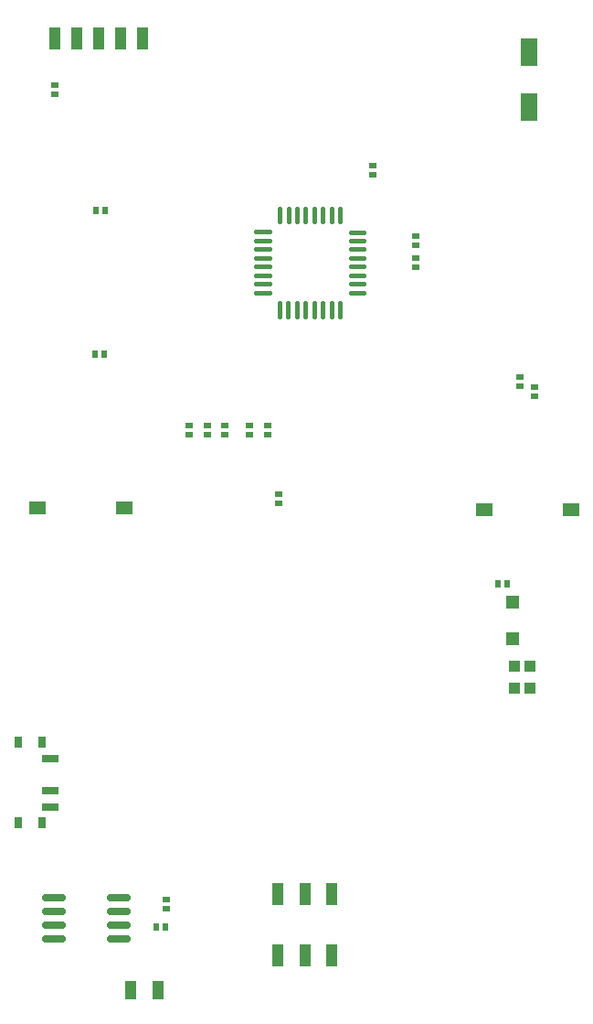
<source format=gtp>
G04 Layer: TopPasteMaskLayer*
G04 EasyEDA v6.2.46, 2019-12-15T14:12:23+01:00*
G04 62ef9a7e5eba40e79a6bb794ca2fffcb,674c0623d3a246009f606e19fc16e94a,10*
G04 Gerber Generator version 0.2*
G04 Scale: 100 percent, Rotated: No, Reflected: No *
G04 Dimensions in millimeters *
G04 leading zeros omitted , absolute positions ,3 integer and 3 decimal *
%FSLAX33Y33*%
%MOMM*%
G90*
G71D02*

%ADD14C,0.450012*%
%ADD15C,0.699999*%
%ADD19R,0.999998X1.999996*%
%ADD20R,1.299997X1.299997*%
%ADD21R,0.649986X0.599948*%
%ADD22R,0.999998X1.099998*%
%ADD23R,1.524000X2.540000*%
%ADD24R,0.599948X0.649986*%
%ADD25R,0.999998X1.800860*%
%ADD26R,1.499997X1.199896*%
%ADD27R,0.800100X1.000760*%
%ADD28R,1.501140X0.701040*%

%LPD*%
G54D14*
G01X25273Y81359D02*
G01X25273Y80159D01*
G01X26073Y81359D02*
G01X26073Y80159D01*
G01X26873Y81359D02*
G01X26873Y80159D01*
G01X27673Y81359D02*
G01X27673Y80159D01*
G01X28470Y81359D02*
G01X28470Y80159D01*
G01X29270Y81359D02*
G01X29270Y80159D01*
G01X30071Y81359D02*
G01X30071Y80159D01*
G01X30871Y81359D02*
G01X30871Y80159D01*
G01X31835Y79184D02*
G01X33035Y79184D01*
G01X31835Y78384D02*
G01X33035Y78384D01*
G01X31835Y77584D02*
G01X33035Y77584D01*
G01X31835Y76784D02*
G01X33035Y76784D01*
G01X31835Y75986D02*
G01X33035Y75986D01*
G01X31835Y75186D02*
G01X33035Y75186D01*
G01X31835Y74386D02*
G01X33035Y74386D01*
G01X31835Y73586D02*
G01X33035Y73586D01*
G01X30861Y72596D02*
G01X30861Y71396D01*
G01X30060Y72596D02*
G01X30060Y71396D01*
G01X29260Y72596D02*
G01X29260Y71396D01*
G01X28460Y72596D02*
G01X28460Y71396D01*
G01X27663Y72596D02*
G01X27663Y71396D01*
G01X26863Y72596D02*
G01X26863Y71396D01*
G01X26062Y72596D02*
G01X26062Y71396D01*
G01X25262Y72596D02*
G01X25262Y71396D01*
G01X23098Y73596D02*
G01X24298Y73596D01*
G01X23098Y74396D02*
G01X24298Y74396D01*
G01X23098Y75196D02*
G01X24298Y75196D01*
G01X23098Y75997D02*
G01X24298Y75997D01*
G01X23098Y76794D02*
G01X24298Y76794D01*
G01X23098Y77594D02*
G01X24298Y77594D01*
G01X23098Y78394D02*
G01X24298Y78394D01*
G01X23098Y79194D02*
G01X24298Y79194D01*
G54D15*
G01X3593Y17577D02*
G01X5093Y17577D01*
G01X3593Y16307D02*
G01X5093Y16307D01*
G01X3593Y15037D02*
G01X5093Y15037D01*
G01X3593Y13767D02*
G01X5093Y13767D01*
G01X9638Y17577D02*
G01X11138Y17577D01*
G01X9638Y16307D02*
G01X11138Y16307D01*
G01X9638Y15037D02*
G01X11138Y15037D01*
G01X9638Y13767D02*
G01X11138Y13767D01*
G36*
G01X3945Y96079D02*
G01X4944Y96079D01*
G01X4944Y98079D01*
G01X3945Y98079D01*
G01X3945Y96079D01*
G37*
G36*
G01X5977Y96079D02*
G01X6976Y96079D01*
G01X6976Y98079D01*
G01X5977Y98079D01*
G01X5977Y96079D01*
G37*
G36*
G01X8009Y96079D02*
G01X9008Y96079D01*
G01X9008Y98079D01*
G01X8009Y98079D01*
G01X8009Y96079D01*
G37*
G36*
G01X10041Y96079D02*
G01X11040Y96079D01*
G01X11040Y98079D01*
G01X10041Y98079D01*
G01X10041Y96079D01*
G37*
G36*
G01X12073Y96079D02*
G01X13072Y96079D01*
G01X13072Y98079D01*
G01X12073Y98079D01*
G01X12073Y96079D01*
G37*
G54D20*
G01X46863Y44931D03*
G01X46863Y41530D03*
G54D21*
G01X25146Y54915D03*
G01X25146Y54066D03*
G54D22*
G01X48452Y37008D03*
G01X47052Y37008D03*
G01X48452Y39040D03*
G01X47052Y39040D03*
G54D23*
G01X48387Y90729D03*
G01X48387Y95809D03*
G54D21*
G01X37846Y75910D03*
G01X37846Y76759D03*
G01X4445Y91912D03*
G01X4445Y92761D03*
G01X33865Y85311D03*
G01X33865Y84462D03*
G01X37846Y77942D03*
G01X37846Y78791D03*
G54D24*
G01X13843Y14910D03*
G01X14691Y14910D03*
G54D21*
G01X14732Y17409D03*
G01X14732Y16561D03*
G54D25*
G01X13970Y9068D03*
G01X11470Y9068D03*
G54D24*
G01X46355Y46660D03*
G01X45506Y46660D03*
G54D21*
G01X22479Y60416D03*
G01X22479Y61265D03*
G01X24130Y61265D03*
G01X24130Y60416D03*
G01X20193Y61265D03*
G01X20193Y60416D03*
G01X18542Y61265D03*
G01X18542Y60416D03*
G01X16891Y61265D03*
G01X16891Y60416D03*
G01X47498Y64904D03*
G01X47498Y65753D03*
G01X48895Y64864D03*
G01X48895Y64015D03*
G54D24*
G01X9017Y67869D03*
G01X8168Y67869D03*
G01X9060Y81204D03*
G01X8211Y81204D03*
G54D19*
G01X25113Y12227D03*
G01X27616Y12225D03*
G01X30113Y12227D03*
G01X25116Y17925D03*
G01X27618Y17923D03*
G01X30116Y17925D03*
G54D26*
G01X44259Y53518D03*
G01X52260Y53518D03*
G01X2857Y53645D03*
G01X10858Y53645D03*
G54D27*
G01X1066Y31953D03*
G01X3251Y31953D03*
G01X3251Y24536D03*
G01X1066Y24536D03*
G54D28*
G01X4038Y30505D03*
G01X4038Y27483D03*
G01X4038Y25984D03*
M00*
M02*

</source>
